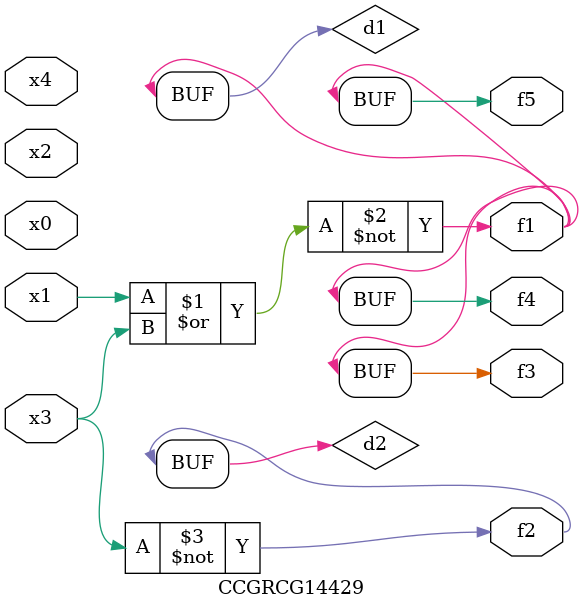
<source format=v>
module CCGRCG14429(
	input x0, x1, x2, x3, x4,
	output f1, f2, f3, f4, f5
);

	wire d1, d2;

	nor (d1, x1, x3);
	not (d2, x3);
	assign f1 = d1;
	assign f2 = d2;
	assign f3 = d1;
	assign f4 = d1;
	assign f5 = d1;
endmodule

</source>
